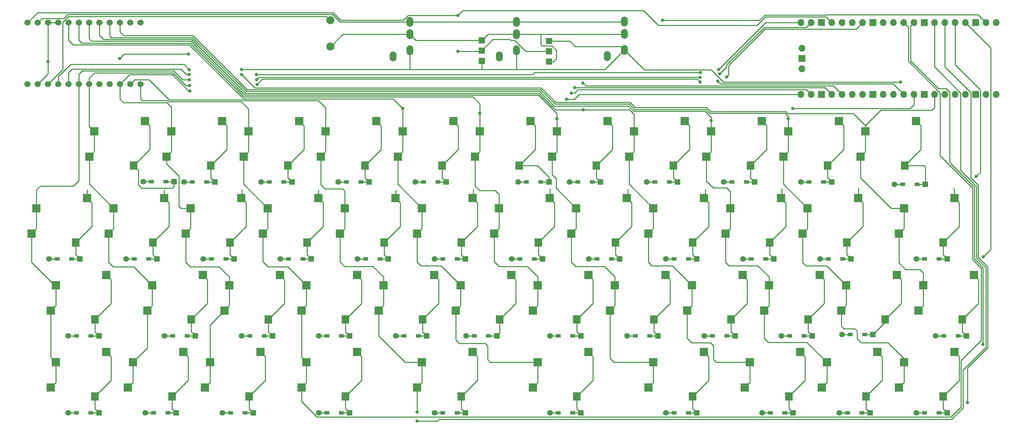
<source format=gbr>
G04 #@! TF.GenerationSoftware,KiCad,Pcbnew,(5.1.6-0-10_14)*
G04 #@! TF.CreationDate,2022-07-10T08:57:52+09:00*
G04 #@! TF.ProjectId,cool445,636f6f6c-3434-4352-9e6b-696361645f70,rev?*
G04 #@! TF.SameCoordinates,Original*
G04 #@! TF.FileFunction,Copper,L2,Bot*
G04 #@! TF.FilePolarity,Positive*
%FSLAX46Y46*%
G04 Gerber Fmt 4.6, Leading zero omitted, Abs format (unit mm)*
G04 Created by KiCad (PCBNEW (5.1.6-0-10_14)) date 2022-07-10 08:57:52*
%MOMM*%
%LPD*%
G01*
G04 APERTURE LIST*
G04 #@! TA.AperFunction,SMDPad,CuDef*
%ADD10R,2.000000X2.000000*%
G04 #@! TD*
G04 #@! TA.AperFunction,SMDPad,CuDef*
%ADD11R,1.900000X2.000000*%
G04 #@! TD*
G04 #@! TA.AperFunction,SMDPad,CuDef*
%ADD12R,1.300000X0.950000*%
G04 #@! TD*
G04 #@! TA.AperFunction,ComponentPad*
%ADD13C,1.397000*%
G04 #@! TD*
G04 #@! TA.AperFunction,ComponentPad*
%ADD14R,1.397000X1.397000*%
G04 #@! TD*
G04 #@! TA.AperFunction,ComponentPad*
%ADD15O,1.700000X1.700000*%
G04 #@! TD*
G04 #@! TA.AperFunction,ComponentPad*
%ADD16R,1.700000X1.700000*%
G04 #@! TD*
G04 #@! TA.AperFunction,ComponentPad*
%ADD17C,1.524000*%
G04 #@! TD*
G04 #@! TA.AperFunction,ComponentPad*
%ADD18O,1.700000X2.500000*%
G04 #@! TD*
G04 #@! TA.AperFunction,SMDPad,CuDef*
%ADD19R,1.524000X1.524000*%
G04 #@! TD*
G04 #@! TA.AperFunction,ComponentPad*
%ADD20C,2.000000*%
G04 #@! TD*
G04 #@! TA.AperFunction,ViaPad*
%ADD21C,0.800000*%
G04 #@! TD*
G04 #@! TA.AperFunction,Conductor*
%ADD22C,0.250000*%
G04 #@! TD*
G04 APERTURE END LIST*
D10*
X158000000Y5080000D03*
X145500000Y2540000D03*
D11*
X155200000Y-5900000D03*
D10*
X144300000Y-3700000D03*
D12*
X174438000Y-67150000D03*
D13*
X172403000Y-67150000D03*
D14*
X180023000Y-67150000D03*
D12*
X177988000Y-67150000D03*
X145863000Y-67150000D03*
D13*
X143828000Y-67150000D03*
D14*
X151448000Y-67150000D03*
D12*
X149413000Y-67150000D03*
X117288000Y-67150000D03*
D13*
X115253000Y-67150000D03*
D14*
X122873000Y-67150000D03*
D12*
X120838000Y-67150000D03*
X88713000Y-67150000D03*
D13*
X86678000Y-67150000D03*
D14*
X94298000Y-67150000D03*
D12*
X92263000Y-67150000D03*
X26800499Y-48100000D03*
D13*
X24765499Y-48100000D03*
D14*
X32385499Y-48100000D03*
D12*
X30350499Y-48100000D03*
X230955000Y-10560000D03*
D13*
X228920000Y-10560000D03*
D14*
X236540000Y-10560000D03*
D12*
X234505000Y-10560000D03*
X45325000Y-9940000D03*
D13*
X43290000Y-9940000D03*
D14*
X50910000Y-9940000D03*
D12*
X48875000Y-9940000D03*
X236350000Y-67150000D03*
D13*
X234315000Y-67150000D03*
D14*
X241935000Y-67150000D03*
D12*
X239900000Y-67150000D03*
X217300000Y-67150000D03*
D13*
X215265000Y-67150000D03*
D14*
X222885000Y-67150000D03*
D12*
X220850000Y-67150000D03*
X198250000Y-67150000D03*
D13*
X196215000Y-67150000D03*
D14*
X203835000Y-67150000D03*
D12*
X201800000Y-67150000D03*
X64900000Y-67150000D03*
D13*
X62865000Y-67150000D03*
D14*
X70485000Y-67150000D03*
D12*
X68450000Y-67150000D03*
X45850000Y-67150000D03*
D13*
X43815000Y-67150000D03*
D14*
X51435000Y-67150000D03*
D12*
X49400000Y-67150000D03*
X26800000Y-67150000D03*
D13*
X24765000Y-67150000D03*
D14*
X32385000Y-67150000D03*
D12*
X30350000Y-67150000D03*
X241112500Y-48100000D03*
D13*
X239077500Y-48100000D03*
D14*
X246697500Y-48100000D03*
D12*
X244662500Y-48100000D03*
X218005000Y-47730000D03*
D13*
X215970000Y-47730000D03*
D14*
X223590000Y-47730000D03*
D12*
X221555000Y-47730000D03*
X203012500Y-48100000D03*
D13*
X200977500Y-48100000D03*
D14*
X208597500Y-48100000D03*
D12*
X206562500Y-48100000D03*
X183962500Y-48100000D03*
D13*
X181927500Y-48100000D03*
D14*
X189547500Y-48100000D03*
D12*
X187512500Y-48100000D03*
X164912500Y-48100000D03*
D13*
X162877500Y-48100000D03*
D14*
X170497500Y-48100000D03*
D12*
X168462500Y-48100000D03*
X145862500Y-48100000D03*
D13*
X143827500Y-48100000D03*
D14*
X151447500Y-48100000D03*
D12*
X149412500Y-48100000D03*
X125045000Y-48080000D03*
D13*
X123010000Y-48080000D03*
D14*
X130630000Y-48080000D03*
D12*
X128595000Y-48080000D03*
X107762500Y-48100000D03*
D13*
X105727500Y-48100000D03*
D14*
X113347500Y-48100000D03*
D12*
X111312500Y-48100000D03*
X88712500Y-48100000D03*
D13*
X86677500Y-48100000D03*
D14*
X94297500Y-48100000D03*
D12*
X92262500Y-48100000D03*
X69662500Y-48100000D03*
D13*
X67627500Y-48100000D03*
D14*
X75247500Y-48100000D03*
D12*
X73212500Y-48100000D03*
X50612500Y-48100000D03*
D13*
X48577500Y-48100000D03*
D14*
X56197500Y-48100000D03*
D12*
X54162500Y-48100000D03*
X207775000Y-10000000D03*
D13*
X205740000Y-10000000D03*
D14*
X213360000Y-10000000D03*
D12*
X211325000Y-10000000D03*
X188725000Y-10000000D03*
D13*
X186690000Y-10000000D03*
D14*
X194310000Y-10000000D03*
D12*
X192275000Y-10000000D03*
X169675000Y-10000000D03*
D13*
X167640000Y-10000000D03*
D14*
X175260000Y-10000000D03*
D12*
X173225000Y-10000000D03*
X150625000Y-10000000D03*
D13*
X148590000Y-10000000D03*
D14*
X156210000Y-10000000D03*
D12*
X154175000Y-10000000D03*
X137925000Y-10000000D03*
D13*
X135890000Y-10000000D03*
D14*
X143510000Y-10000000D03*
D12*
X141475000Y-10000000D03*
X112525000Y-10000000D03*
D13*
X110490000Y-10000000D03*
D14*
X118110000Y-10000000D03*
D12*
X116075000Y-10000000D03*
X93475000Y-10000000D03*
D13*
X91440000Y-10000000D03*
D14*
X99060000Y-10000000D03*
D12*
X97025000Y-10000000D03*
X74425000Y-10000000D03*
D13*
X72390000Y-10000000D03*
D14*
X80010000Y-10000000D03*
D12*
X77975000Y-10000000D03*
X55375000Y-10000000D03*
D13*
X53340000Y-10000000D03*
D14*
X60960000Y-10000000D03*
D12*
X58925000Y-10000000D03*
X22037500Y-29050000D03*
X25587500Y-29050000D03*
D14*
X27622500Y-29050000D03*
D13*
X20002500Y-29050000D03*
D12*
X41087500Y-29050000D03*
X44637500Y-29050000D03*
D14*
X46672500Y-29050000D03*
D13*
X39052500Y-29050000D03*
D12*
X60137500Y-29050000D03*
X63687500Y-29050000D03*
D14*
X65722500Y-29050000D03*
D13*
X58102500Y-29050000D03*
D12*
X79187500Y-29050000D03*
X82737500Y-29050000D03*
D14*
X84772500Y-29050000D03*
D13*
X77152500Y-29050000D03*
D10*
X177050000Y5080000D03*
X164550000Y2540000D03*
D11*
X174250000Y-5900000D03*
D10*
X163350000Y-3700000D03*
D15*
X254030000Y29450000D03*
X251490000Y29450000D03*
D16*
X248950000Y29450000D03*
D15*
X246410000Y29450000D03*
X243870000Y29450000D03*
X241330000Y29450000D03*
X238790000Y29450000D03*
D16*
X236250000Y29450000D03*
D15*
X233710000Y29450000D03*
X231170000Y29450000D03*
X228630000Y29450000D03*
X226090000Y29450000D03*
D16*
X223550000Y29450000D03*
D15*
X221010000Y29450000D03*
X218470000Y29450000D03*
X215930000Y29450000D03*
X213390000Y29450000D03*
D16*
X210850000Y29450000D03*
D15*
X208310000Y29450000D03*
X205770000Y29450000D03*
X205770000Y11670000D03*
X208310000Y11670000D03*
D16*
X210850000Y11670000D03*
D15*
X213390000Y11670000D03*
X215930000Y11670000D03*
X218470000Y11670000D03*
X221010000Y11670000D03*
D16*
X223550000Y11670000D03*
D15*
X226090000Y11670000D03*
X228630000Y11670000D03*
X231170000Y11670000D03*
X233710000Y11670000D03*
D16*
X236250000Y11670000D03*
D15*
X238790000Y11670000D03*
X241330000Y11670000D03*
X243870000Y11670000D03*
X246410000Y11670000D03*
D16*
X248950000Y11670000D03*
D15*
X251490000Y11670000D03*
X254030000Y11670000D03*
X206000000Y23100000D03*
D16*
X206000000Y20560000D03*
D15*
X206000000Y18020000D03*
D17*
X14692000Y14201400D03*
X17232000Y14201400D03*
X19772000Y14201400D03*
X22312000Y14201400D03*
X24852000Y14201400D03*
X27392000Y14201400D03*
X29932000Y14201400D03*
X32472000Y14201400D03*
X35012000Y14201400D03*
X37552000Y14201400D03*
X40092000Y14201400D03*
X42632000Y14201400D03*
X42632000Y29421400D03*
X40092000Y29421400D03*
X37552000Y29421400D03*
X35012000Y29421400D03*
X32472000Y29421400D03*
X29932000Y29421400D03*
X27392000Y29421400D03*
X24852000Y29421400D03*
X22312000Y29421400D03*
X19772000Y29421400D03*
X17232000Y29421400D03*
X14692000Y29421400D03*
D12*
X98237500Y-29050000D03*
X101787500Y-29050000D03*
D14*
X103822500Y-29050000D03*
D13*
X96202500Y-29050000D03*
X115252500Y-29050000D03*
D14*
X122872500Y-29050000D03*
D12*
X120837500Y-29050000D03*
X117287500Y-29050000D03*
D13*
X134302500Y-29050000D03*
D14*
X141922500Y-29050000D03*
D12*
X139887500Y-29050000D03*
X136337500Y-29050000D03*
D13*
X153352500Y-29050000D03*
D14*
X160972500Y-29050000D03*
D12*
X158937500Y-29050000D03*
X155387500Y-29050000D03*
D13*
X172402500Y-29050000D03*
D14*
X180022500Y-29050000D03*
D12*
X177987500Y-29050000D03*
X174437500Y-29050000D03*
D13*
X191452500Y-29050000D03*
D14*
X199072500Y-29050000D03*
D12*
X197037500Y-29050000D03*
X193487500Y-29050000D03*
D13*
X210502500Y-29050000D03*
D14*
X218122500Y-29050000D03*
D12*
X216087500Y-29050000D03*
X212537500Y-29050000D03*
D13*
X234315500Y-29050000D03*
D14*
X241935500Y-29050000D03*
D12*
X239900500Y-29050000D03*
X236350500Y-29050000D03*
D18*
X135470000Y29610000D03*
X135470000Y26610000D03*
X135470000Y22610000D03*
X131270000Y21110000D03*
D19*
X126910000Y25090000D03*
X126910000Y22550000D03*
X126910000Y20010000D03*
X143520000Y24870000D03*
X143520000Y22330000D03*
X143520000Y19790000D03*
D10*
X62750000Y5080000D03*
X50250000Y2540000D03*
D11*
X59950000Y-5900000D03*
D10*
X49050000Y-3700000D03*
X68100000Y-3700000D03*
D11*
X79000000Y-5900000D03*
D10*
X69300000Y2540000D03*
X81800000Y5080000D03*
X87150000Y-3700000D03*
D11*
X98050000Y-5900000D03*
D10*
X88350000Y2540000D03*
X100850000Y5080000D03*
X119900000Y5080000D03*
X107400000Y2540000D03*
D11*
X117100000Y-5900000D03*
D10*
X106200000Y-3700000D03*
X125250000Y-3700000D03*
D11*
X136150000Y-5900000D03*
D10*
X126450000Y2540000D03*
X138950000Y5080000D03*
X196100000Y5080000D03*
X183600000Y2540000D03*
D11*
X193300000Y-5900000D03*
D10*
X182400000Y-3700000D03*
X201450000Y-3700000D03*
D11*
X212350000Y-5900000D03*
D10*
X202650000Y2540000D03*
X215150000Y5080000D03*
X29412500Y-13970000D03*
X16912500Y-16510000D03*
D11*
X26612500Y-24950000D03*
D10*
X15712500Y-22750000D03*
X34762500Y-22750000D03*
D11*
X45662500Y-24950000D03*
D10*
X35962500Y-16510000D03*
X48462500Y-13970000D03*
X67512500Y-13970000D03*
X55012500Y-16510000D03*
D11*
X64712500Y-24950000D03*
D10*
X53812500Y-22750000D03*
X72862500Y-22750000D03*
D11*
X83762500Y-24950000D03*
D10*
X74062500Y-16510000D03*
X86562500Y-13970000D03*
X91912500Y-22750000D03*
D11*
X102812500Y-24950000D03*
D10*
X93112500Y-16510000D03*
X105612500Y-13970000D03*
X124662500Y-13970000D03*
X112162500Y-16510000D03*
D11*
X121862500Y-24950000D03*
D10*
X110962500Y-22750000D03*
X143712500Y-13970000D03*
X131212500Y-16510000D03*
D11*
X140912500Y-24950000D03*
D10*
X130012500Y-22750000D03*
X162762500Y-13970000D03*
X150262500Y-16510000D03*
D11*
X159962500Y-24950000D03*
D10*
X149062500Y-22750000D03*
X181812500Y-13970000D03*
X169312500Y-16510000D03*
D11*
X179012500Y-24950000D03*
D10*
X168112500Y-22750000D03*
X200862500Y-13970000D03*
X188362500Y-16510000D03*
D11*
X198062500Y-24950000D03*
D10*
X187162500Y-22750000D03*
X219912500Y-13970000D03*
X207412500Y-16510000D03*
D11*
X217112500Y-24950000D03*
D10*
X206212500Y-22750000D03*
X44287500Y-41800000D03*
D11*
X55187500Y-44000000D03*
D10*
X45487500Y-35560000D03*
X57987500Y-33020000D03*
X77037500Y-33020000D03*
X64537500Y-35560000D03*
D11*
X74237500Y-44000000D03*
D10*
X63337500Y-41800000D03*
X82387500Y-41800000D03*
D11*
X93287500Y-44000000D03*
D10*
X83587500Y-35560000D03*
X96087500Y-33020000D03*
X101437500Y-41800000D03*
D11*
X112337500Y-44000000D03*
D10*
X102637500Y-35560000D03*
X115137500Y-33020000D03*
X134187500Y-33020000D03*
X121687500Y-35560000D03*
D11*
X131387500Y-44000000D03*
D10*
X120487500Y-41800000D03*
X153237500Y-33020000D03*
X140737500Y-35560000D03*
D11*
X150437500Y-44000000D03*
D10*
X139537500Y-41800000D03*
X172287500Y-33020000D03*
X159787500Y-35560000D03*
D11*
X169487500Y-44000000D03*
D10*
X158587500Y-41800000D03*
X177637500Y-41800000D03*
D11*
X188537500Y-44000000D03*
D10*
X178837500Y-35560000D03*
X191337500Y-33020000D03*
X210387500Y-33020000D03*
X197887500Y-35560000D03*
D11*
X207587500Y-44000000D03*
D10*
X196687500Y-41800000D03*
X215737500Y-41800000D03*
D11*
X226637500Y-44000000D03*
D10*
X216937500Y-35560000D03*
X229437500Y-33020000D03*
X248487500Y-33020000D03*
X235987500Y-35560000D03*
D11*
X245687500Y-44000000D03*
D10*
X234787500Y-41800000D03*
X20475000Y-60850000D03*
D11*
X31375000Y-63050000D03*
D10*
X21675000Y-54610000D03*
X34175000Y-52070000D03*
X39525000Y-60850000D03*
D11*
X50425000Y-63050000D03*
D10*
X40725000Y-54610000D03*
X53225000Y-52070000D03*
X58575000Y-60850000D03*
D11*
X69475000Y-63050000D03*
D10*
X59775000Y-54610000D03*
X72275000Y-52070000D03*
X191925000Y-60850000D03*
D11*
X202825000Y-63050000D03*
D10*
X193125000Y-54610000D03*
X205625000Y-52070000D03*
X224675000Y-52070000D03*
X212175000Y-54610000D03*
D11*
X221875000Y-63050000D03*
D10*
X210975000Y-60850000D03*
X230025000Y-60850000D03*
D11*
X240925000Y-63050000D03*
D10*
X231225000Y-54610000D03*
X243725000Y-52070000D03*
X30000000Y-3700000D03*
D11*
X40900000Y-5900000D03*
D10*
X31200000Y2540000D03*
X43700000Y5080000D03*
X220500000Y-3700000D03*
D11*
X231400000Y-5900000D03*
D10*
X221700000Y2540000D03*
X234200000Y5080000D03*
D20*
X89520000Y30010000D03*
X89520000Y23510000D03*
D10*
X243725500Y-13970000D03*
X231225500Y-16510000D03*
D11*
X240925500Y-24950000D03*
D10*
X230025500Y-22750000D03*
X34175499Y-33020000D03*
X21675499Y-35560000D03*
D11*
X31375499Y-44000000D03*
D10*
X20475499Y-41800000D03*
X82388000Y-60850000D03*
D11*
X93288000Y-63050000D03*
D10*
X83588000Y-54610000D03*
X96088000Y-52070000D03*
X110963000Y-60850000D03*
D11*
X121863000Y-63050000D03*
D10*
X112163000Y-54610000D03*
X124663000Y-52070000D03*
X139538000Y-60850000D03*
D11*
X150438000Y-63050000D03*
D10*
X140738000Y-54610000D03*
X153238000Y-52070000D03*
X181813000Y-52070000D03*
X169313000Y-54610000D03*
D11*
X179013000Y-63050000D03*
D10*
X168113000Y-60850000D03*
D18*
X104990000Y21110000D03*
X109190000Y22610000D03*
X109190000Y26610000D03*
X109190000Y29610000D03*
X162170000Y29670000D03*
X162170000Y26670000D03*
X162170000Y22670000D03*
X157970000Y21170000D03*
D21*
X249060000Y-8680000D03*
X250780000Y-28540000D03*
X250760000Y-50230000D03*
X246940000Y-64590000D03*
X171580000Y30050000D03*
X19772000Y19792000D03*
X37450000Y20600000D03*
X54440000Y21700000D03*
X54680000Y17810000D03*
X67560000Y17840000D03*
X230440030Y14710030D03*
X120980000Y31210000D03*
X120980000Y22330000D03*
X187380000Y16000000D03*
X180920000Y14760000D03*
X71370000Y14160000D03*
X54820000Y12560000D03*
X110910000Y-69190000D03*
X110910000Y-67010000D03*
X147880000Y10500000D03*
X107400000Y8200000D03*
X149010000Y12040000D03*
X126450000Y7040000D03*
X149890000Y13360000D03*
X145500000Y5690000D03*
X151970000Y7850000D03*
X151960000Y14500000D03*
X185170000Y14980000D03*
X183600000Y5210000D03*
X203720000Y8230000D03*
X202650000Y5660000D03*
X185460000Y17890000D03*
X180950000Y17075000D03*
X54680000Y15280000D03*
X71250000Y16600000D03*
X185740000Y16750000D03*
X180920000Y15920000D03*
X71320000Y15340000D03*
X54760000Y13870000D03*
X54670000Y16590000D03*
X67555000Y16625000D03*
D22*
X63925001Y-1924999D02*
X59950000Y-5900000D01*
X63925001Y3904999D02*
X63925001Y-1924999D01*
X62750000Y5080000D02*
X63925001Y3904999D01*
X58925000Y-10000000D02*
X60960000Y-10000000D01*
X59950000Y-8990000D02*
X60960000Y-10000000D01*
X59950000Y-5900000D02*
X59950000Y-8990000D01*
X43290000Y-9940000D02*
X45325000Y-9940000D01*
X53340000Y-10000000D02*
X55375000Y-10000000D01*
X72390000Y-10000000D02*
X74425000Y-10000000D01*
X91440000Y-10000000D02*
X93475000Y-10000000D01*
X110490000Y-10000000D02*
X112525000Y-10000000D01*
X135890000Y-10000000D02*
X137925000Y-10000000D01*
X148590000Y-10000000D02*
X150625000Y-10000000D01*
X167640000Y-10000000D02*
X169675000Y-10000000D01*
X186690000Y-10000000D02*
X188725000Y-10000000D01*
X205740000Y-10000000D02*
X207775000Y-10000000D01*
X228920000Y-10560000D02*
X230955000Y-10560000D01*
X250125001Y-7614999D02*
X249060000Y-8680000D01*
X250125001Y12780001D02*
X250125001Y-7614999D01*
X243870000Y19035002D02*
X250125001Y12780001D01*
X243870000Y29450000D02*
X243870000Y19035002D01*
X82975001Y-1924999D02*
X79000000Y-5900000D01*
X82975001Y3904999D02*
X82975001Y-1924999D01*
X81800000Y5080000D02*
X82975001Y3904999D01*
X77975000Y-10000000D02*
X80010000Y-10000000D01*
X79000000Y-8990000D02*
X80010000Y-10000000D01*
X79000000Y-5900000D02*
X79000000Y-8990000D01*
X102025001Y-1924999D02*
X98050000Y-5900000D01*
X102025001Y3904999D02*
X102025001Y-1924999D01*
X100850000Y5080000D02*
X102025001Y3904999D01*
X97025000Y-10000000D02*
X99060000Y-10000000D01*
X98050000Y-8990000D02*
X99060000Y-10000000D01*
X98050000Y-5900000D02*
X98050000Y-8990000D01*
X121075001Y3904999D02*
X121075001Y-1924999D01*
X121075001Y-1924999D02*
X117100000Y-5900000D01*
X119900000Y5080000D02*
X121075001Y3904999D01*
X116075000Y-10000000D02*
X118110000Y-10000000D01*
X117100000Y-8990000D02*
X118110000Y-10000000D01*
X117100000Y-5900000D02*
X117100000Y-8990000D01*
X140125001Y-1924999D02*
X136150000Y-5900000D01*
X140125001Y3904999D02*
X140125001Y-1924999D01*
X138950000Y5080000D02*
X140125001Y3904999D01*
X141475000Y-10000000D02*
X143510000Y-10000000D01*
X143510000Y-10000000D02*
X143510000Y-8780000D01*
X140630000Y-5900000D02*
X136150000Y-5900000D01*
X143510000Y-8780000D02*
X140630000Y-5900000D01*
X159175001Y-1924999D02*
X155200000Y-5900000D01*
X159175001Y3904999D02*
X159175001Y-1924999D01*
X154175000Y-10000000D02*
X156210000Y-10000000D01*
X155200000Y-8990000D02*
X156210000Y-10000000D01*
X155200000Y-5900000D02*
X155200000Y-8990000D01*
X158000000Y5080000D02*
X159175001Y3904999D01*
X178225001Y-1924999D02*
X174250000Y-5900000D01*
X178225001Y3904999D02*
X178225001Y-1924999D01*
X173225000Y-10000000D02*
X175260000Y-10000000D01*
X174250000Y-8990000D02*
X175260000Y-10000000D01*
X174250000Y-5900000D02*
X174250000Y-8990000D01*
X177050000Y5080000D02*
X178225001Y3904999D01*
X197275001Y3904999D02*
X197275001Y-1924999D01*
X197275001Y-1924999D02*
X193300000Y-5900000D01*
X196100000Y5080000D02*
X197275001Y3904999D01*
X192275000Y-10000000D02*
X194310000Y-10000000D01*
X193300000Y-8990000D02*
X194310000Y-10000000D01*
X193300000Y-5900000D02*
X193300000Y-8990000D01*
X216325001Y-1924999D02*
X212350000Y-5900000D01*
X216325001Y3904999D02*
X216325001Y-1924999D01*
X215150000Y5080000D02*
X216325001Y3904999D01*
X211325000Y-10000000D02*
X213360000Y-10000000D01*
X212350000Y-8990000D02*
X213360000Y-10000000D01*
X212350000Y-5900000D02*
X212350000Y-8990000D01*
X30587501Y-20974999D02*
X26612500Y-24950000D01*
X30587501Y-15145001D02*
X30587501Y-20974999D01*
X29412500Y-13970000D02*
X30587501Y-15145001D01*
X29450000Y-13932500D02*
X29412500Y-13970000D01*
X29450000Y-11950000D02*
X29450000Y-13932500D01*
X26612500Y-28040000D02*
X27622500Y-29050000D01*
X26612500Y-24950000D02*
X26612500Y-28040000D01*
X25587500Y-29050000D02*
X27622500Y-29050000D01*
X234315500Y-29050000D02*
X236350500Y-29050000D01*
X211063910Y-29050000D02*
X210783205Y-28769295D01*
X210502500Y-29050000D02*
X211670000Y-29050000D01*
X211670000Y-29050000D02*
X211063910Y-29050000D01*
X212537500Y-29050000D02*
X211670000Y-29050000D01*
X191452500Y-29050000D02*
X193487500Y-29050000D01*
X172402500Y-29050000D02*
X174437500Y-29050000D01*
X153352500Y-29050000D02*
X155387500Y-29050000D01*
X134302500Y-29050000D02*
X136337500Y-29050000D01*
X115252500Y-29050000D02*
X117287500Y-29050000D01*
X96202500Y-29050000D02*
X98237500Y-29050000D01*
X77152500Y-29050000D02*
X79187500Y-29050000D01*
X58102500Y-29050000D02*
X60137500Y-29050000D01*
X39052500Y-29050000D02*
X41087500Y-29050000D01*
X20002500Y-29050000D02*
X22037500Y-29050000D01*
X252665001Y-26654999D02*
X250780000Y-28540000D01*
X252665001Y23194999D02*
X252665001Y-26654999D01*
X246410000Y29450000D02*
X252665001Y23194999D01*
X49637501Y-20974999D02*
X45662500Y-24950000D01*
X49637501Y-15145001D02*
X49637501Y-20974999D01*
X48462500Y-13970000D02*
X49637501Y-15145001D01*
X48490000Y-13942500D02*
X48462500Y-13970000D01*
X48490000Y-11940000D02*
X48490000Y-13942500D01*
X44637500Y-29050000D02*
X46672500Y-29050000D01*
X45662500Y-28040000D02*
X46672500Y-29050000D01*
X45662500Y-24950000D02*
X45662500Y-28040000D01*
X68687501Y-20974999D02*
X64712500Y-24950000D01*
X68687501Y-15145001D02*
X68687501Y-20974999D01*
X67512500Y-13970000D02*
X68687501Y-15145001D01*
X67700000Y-13782500D02*
X67512500Y-13970000D01*
X67700000Y-11960000D02*
X67700000Y-13782500D01*
X63687500Y-29050000D02*
X65722500Y-29050000D01*
X64712500Y-28040000D02*
X65722500Y-29050000D01*
X64712500Y-24950000D02*
X64712500Y-28040000D01*
X87737501Y-20974999D02*
X83762500Y-24950000D01*
X87737501Y-15145001D02*
X87737501Y-20974999D01*
X86562500Y-13970000D02*
X87737501Y-15145001D01*
X86600000Y-13932500D02*
X86562500Y-13970000D01*
X86600000Y-12070000D02*
X86600000Y-13932500D01*
X82737500Y-29050000D02*
X84772500Y-29050000D01*
X83762500Y-28040000D02*
X84772500Y-29050000D01*
X83762500Y-24950000D02*
X83762500Y-28040000D01*
X106787501Y-20974999D02*
X102812500Y-24950000D01*
X106787501Y-15145001D02*
X106787501Y-20974999D01*
X105612500Y-13970000D02*
X106787501Y-15145001D01*
X105710000Y-13872500D02*
X105612500Y-13970000D01*
X105710000Y-12040000D02*
X105710000Y-13872500D01*
X101787500Y-29050000D02*
X103822500Y-29050000D01*
X102812500Y-28040000D02*
X103822500Y-29050000D01*
X102812500Y-24950000D02*
X102812500Y-28040000D01*
X125837501Y-20974999D02*
X121862500Y-24950000D01*
X125837501Y-15145001D02*
X125837501Y-20974999D01*
X124662500Y-13970000D02*
X125837501Y-15145001D01*
X124790000Y-13842500D02*
X124662500Y-13970000D01*
X124790000Y-11910000D02*
X124790000Y-13842500D01*
X120837500Y-29050000D02*
X122872500Y-29050000D01*
X121862500Y-28040000D02*
X122872500Y-29050000D01*
X121862500Y-24950000D02*
X121862500Y-28040000D01*
X144887501Y-20974999D02*
X140912500Y-24950000D01*
X144887501Y-15145001D02*
X144887501Y-20974999D01*
X143712500Y-13970000D02*
X144887501Y-15145001D01*
X143770000Y-13912500D02*
X143712500Y-13970000D01*
X143770000Y-11720000D02*
X143770000Y-13912500D01*
X139887500Y-29050000D02*
X141922500Y-29050000D01*
X140912500Y-28040000D02*
X141922500Y-29050000D01*
X140912500Y-24950000D02*
X140912500Y-28040000D01*
X163937501Y-20974999D02*
X159962500Y-24950000D01*
X163937501Y-15145001D02*
X163937501Y-20974999D01*
X162762500Y-13970000D02*
X163937501Y-15145001D01*
X163030000Y-13702500D02*
X162762500Y-13970000D01*
X163030000Y-11770000D02*
X163030000Y-13702500D01*
X158937500Y-29050000D02*
X160972500Y-29050000D01*
X159962500Y-28040000D02*
X160972500Y-29050000D01*
X159962500Y-24950000D02*
X159962500Y-28040000D01*
X182987501Y-15145001D02*
X182987501Y-20974999D01*
X182987501Y-20974999D02*
X179012500Y-24950000D01*
X181812500Y-13970000D02*
X182987501Y-15145001D01*
X182160000Y-13622500D02*
X181812500Y-13970000D01*
X182160000Y-11880000D02*
X182160000Y-13622500D01*
X177987500Y-29050000D02*
X180022500Y-29050000D01*
X179012500Y-28040000D02*
X180022500Y-29050000D01*
X179012500Y-24950000D02*
X179012500Y-28040000D01*
X201070000Y-13762500D02*
X200862500Y-13970000D01*
X201070000Y-11590000D02*
X201070000Y-13762500D01*
X197037500Y-29050000D02*
X199072500Y-29050000D01*
X198062500Y-28040000D02*
X199072500Y-29050000D01*
X198062500Y-24950000D02*
X198062500Y-28040000D01*
X202037501Y-20974999D02*
X198062500Y-24950000D01*
X202037501Y-15145001D02*
X202037501Y-20974999D01*
X200862500Y-13970000D02*
X202037501Y-15145001D01*
X221087501Y-20974999D02*
X217112500Y-24950000D01*
X221087501Y-15145001D02*
X221087501Y-20974999D01*
X219912500Y-13970000D02*
X221087501Y-15145001D01*
X219980000Y-13902500D02*
X219912500Y-13970000D01*
X219980000Y-11560000D02*
X219980000Y-13902500D01*
X217112500Y-28040000D02*
X218122500Y-29050000D01*
X217112500Y-24950000D02*
X217112500Y-28040000D01*
X218122500Y-29050000D02*
X216087500Y-29050000D01*
X59162501Y-40024999D02*
X55187500Y-44000000D01*
X59162501Y-34195001D02*
X59162501Y-40024999D01*
X57987500Y-33020000D02*
X59162501Y-34195001D01*
X55187500Y-47090000D02*
X56197500Y-48100000D01*
X55187500Y-44000000D02*
X55187500Y-47090000D01*
X56197500Y-48100000D02*
X54162500Y-48100000D01*
X24765499Y-48100000D02*
X26800499Y-48100000D01*
X48577500Y-48100000D02*
X50612500Y-48100000D01*
X67627500Y-48100000D02*
X69662500Y-48100000D01*
X86677500Y-48100000D02*
X88712500Y-48100000D01*
X105727500Y-48100000D02*
X107762500Y-48100000D01*
X125045000Y-48080000D02*
X123010000Y-48080000D01*
X143827500Y-48100000D02*
X145862500Y-48100000D01*
X162877500Y-48100000D02*
X164912500Y-48100000D01*
X181927500Y-48100000D02*
X183962500Y-48100000D01*
X200977500Y-48100000D02*
X203012500Y-48100000D01*
X215970000Y-47730000D02*
X218005000Y-47730000D01*
X239077500Y-48100000D02*
X241112500Y-48100000D01*
X232860001Y28600001D02*
X232860001Y19975411D01*
X233710000Y29450000D02*
X232860001Y28600001D01*
X234537706Y18297706D02*
X236832706Y16002706D01*
X232860001Y19975411D02*
X234537706Y18297706D01*
X234537706Y18297706D02*
X234740404Y18095008D01*
X236832706Y16002706D02*
X239755412Y13080000D01*
X242505001Y12234001D02*
X242505001Y-4954999D01*
X241659002Y13080000D02*
X242505001Y12234001D01*
X239755412Y13080000D02*
X241659002Y13080000D01*
X242750000Y-5199998D02*
X242750000Y-5413590D01*
X242505001Y-4954999D02*
X242750000Y-5199998D01*
X242750000Y-5413590D02*
X248640010Y-11303600D01*
X248640010Y-11303600D02*
X248640010Y-29003600D01*
X248640010Y-29003600D02*
X250760010Y-31123600D01*
X250760010Y-50229990D02*
X250760000Y-50230000D01*
X250760010Y-31123600D02*
X250760010Y-50229990D01*
X78212501Y-40024999D02*
X74237500Y-44000000D01*
X78212501Y-34195001D02*
X78212501Y-40024999D01*
X77037500Y-33020000D02*
X78212501Y-34195001D01*
X74237500Y-47090000D02*
X75247500Y-48100000D01*
X74237500Y-44000000D02*
X74237500Y-47090000D01*
X75247500Y-48100000D02*
X73212500Y-48100000D01*
X97262501Y-40024999D02*
X93287500Y-44000000D01*
X97262501Y-34195001D02*
X97262501Y-40024999D01*
X96087500Y-33020000D02*
X97262501Y-34195001D01*
X92262500Y-48100000D02*
X94297500Y-48100000D01*
X93287500Y-47090000D02*
X94297500Y-48100000D01*
X93287500Y-44000000D02*
X93287500Y-47090000D01*
X116312501Y-40024999D02*
X112337500Y-44000000D01*
X116312501Y-34195001D02*
X116312501Y-40024999D01*
X115137500Y-33020000D02*
X116312501Y-34195001D01*
X112337500Y-47090000D02*
X113347500Y-48100000D01*
X112337500Y-44000000D02*
X112337500Y-47090000D01*
X113347500Y-48100000D02*
X111312500Y-48100000D01*
X135362501Y-40024999D02*
X131387500Y-44000000D01*
X135362501Y-34195001D02*
X135362501Y-40024999D01*
X134187500Y-33020000D02*
X135362501Y-34195001D01*
X131387500Y-47322500D02*
X130630000Y-48080000D01*
X131387500Y-44000000D02*
X131387500Y-47322500D01*
X130630000Y-48080000D02*
X128595000Y-48080000D01*
X154412501Y-40024999D02*
X150437500Y-44000000D01*
X154412501Y-34195001D02*
X154412501Y-40024999D01*
X153237500Y-33020000D02*
X154412501Y-34195001D01*
X150437500Y-47090000D02*
X151447500Y-48100000D01*
X150437500Y-44000000D02*
X150437500Y-47090000D01*
X151447500Y-48100000D02*
X149412500Y-48100000D01*
X173462501Y-40024999D02*
X169487500Y-44000000D01*
X173462501Y-34195001D02*
X173462501Y-40024999D01*
X172287500Y-33020000D02*
X173462501Y-34195001D01*
X169487500Y-47090000D02*
X170497500Y-48100000D01*
X169487500Y-44000000D02*
X169487500Y-47090000D01*
X170497500Y-48100000D02*
X168462500Y-48100000D01*
X192512501Y-34195001D02*
X192512501Y-40024999D01*
X192512501Y-40024999D02*
X188537500Y-44000000D01*
X191337500Y-33020000D02*
X192512501Y-34195001D01*
X187512500Y-48100000D02*
X189547500Y-48100000D01*
X188537500Y-47090000D02*
X189547500Y-48100000D01*
X188537500Y-44000000D02*
X188537500Y-47090000D01*
X211562501Y-40024999D02*
X207587500Y-44000000D01*
X211562501Y-34195001D02*
X211562501Y-40024999D01*
X210387500Y-33020000D02*
X211562501Y-34195001D01*
X206562500Y-48100000D02*
X208597500Y-48100000D01*
X207587500Y-47090000D02*
X208597500Y-48100000D01*
X207587500Y-44000000D02*
X207587500Y-47090000D01*
X230612501Y-40024999D02*
X226637500Y-44000000D01*
X230612501Y-34195001D02*
X230612501Y-40024999D01*
X229437500Y-33020000D02*
X230612501Y-34195001D01*
X221555000Y-47730000D02*
X223590000Y-47730000D01*
X226637500Y-44682500D02*
X223590000Y-47730000D01*
X226637500Y-44000000D02*
X226637500Y-44682500D01*
X249662501Y-40024999D02*
X245687500Y-44000000D01*
X249662501Y-34195001D02*
X249662501Y-40024999D01*
X248487500Y-33020000D02*
X249662501Y-34195001D01*
X244662500Y-48100000D02*
X246697500Y-48100000D01*
X245687500Y-47090000D02*
X246697500Y-48100000D01*
X245687500Y-44000000D02*
X245687500Y-47090000D01*
X35350001Y-59074999D02*
X31375000Y-63050000D01*
X35350001Y-53245001D02*
X35350001Y-59074999D01*
X34175000Y-52070000D02*
X35350001Y-53245001D01*
X31375000Y-66140000D02*
X32385000Y-67150000D01*
X31375000Y-63050000D02*
X31375000Y-66140000D01*
X32385000Y-67150000D02*
X30350000Y-67150000D01*
X236350000Y-67150000D02*
X234315000Y-67150000D01*
X217300000Y-67150000D02*
X215265000Y-67150000D01*
X198250000Y-67150000D02*
X196215000Y-67150000D01*
X174438000Y-67150000D02*
X172403000Y-67150000D01*
X143828000Y-67150000D02*
X145863000Y-67150000D01*
X115253000Y-67150000D02*
X117288000Y-67150000D01*
X88713000Y-67150000D02*
X86678000Y-67150000D01*
X64900000Y-67150000D02*
X62865000Y-67150000D01*
X45850000Y-67150000D02*
X43815000Y-67150000D01*
X26800000Y-67150000D02*
X24765000Y-67150000D01*
X241330000Y29450000D02*
X241330000Y18550000D01*
X247774999Y12105001D02*
X247774999Y-8988589D01*
X241330000Y18550000D02*
X247774999Y12105001D01*
X247774999Y-8988589D02*
X249540030Y-10753620D01*
X249540030Y-10753620D02*
X249540030Y-28630800D01*
X251935011Y-31025781D02*
X251935010Y-51091400D01*
X249540030Y-28630800D02*
X251935011Y-31025781D01*
X246940000Y-56086410D02*
X246940000Y-64590000D01*
X251935010Y-51091400D02*
X246940000Y-56086410D01*
X54400001Y-59074999D02*
X50425000Y-63050000D01*
X54400001Y-53245001D02*
X54400001Y-59074999D01*
X53225000Y-52070000D02*
X54400001Y-53245001D01*
X50425000Y-66140000D02*
X51435000Y-67150000D01*
X50425000Y-63050000D02*
X50425000Y-66140000D01*
X51435000Y-67150000D02*
X49400000Y-67150000D01*
X73450001Y-59074999D02*
X69475000Y-63050000D01*
X73450001Y-53245001D02*
X73450001Y-59074999D01*
X72275000Y-52070000D02*
X73450001Y-53245001D01*
X69475000Y-66140000D02*
X70485000Y-67150000D01*
X69475000Y-63050000D02*
X69475000Y-66140000D01*
X70485000Y-67150000D02*
X68450000Y-67150000D01*
X206800001Y-59074999D02*
X202825000Y-63050000D01*
X206800001Y-53245001D02*
X206800001Y-59074999D01*
X205625000Y-52070000D02*
X206800001Y-53245001D01*
X202825000Y-66140000D02*
X203835000Y-67150000D01*
X202825000Y-63050000D02*
X202825000Y-66140000D01*
X203835000Y-67150000D02*
X201800000Y-67150000D01*
X225850001Y-59074999D02*
X221875000Y-63050000D01*
X225850001Y-53245001D02*
X225850001Y-59074999D01*
X224675000Y-52070000D02*
X225850001Y-53245001D01*
X221875000Y-66140000D02*
X222885000Y-67150000D01*
X221875000Y-63050000D02*
X221875000Y-66140000D01*
X220850000Y-67150000D02*
X222885000Y-67150000D01*
X244900001Y-59074999D02*
X240925000Y-63050000D01*
X244900001Y-53245001D02*
X244900001Y-59074999D01*
X243725000Y-52070000D02*
X244900001Y-53245001D01*
X240925000Y-66140000D02*
X241935000Y-67150000D01*
X240925000Y-63050000D02*
X240925000Y-66140000D01*
X241935000Y-67150000D02*
X239900000Y-67150000D01*
X44875001Y3904999D02*
X44875001Y-1924999D01*
X44875001Y-1924999D02*
X40900000Y-5900000D01*
X43700000Y5080000D02*
X44875001Y3904999D01*
X48875000Y-9940000D02*
X50910000Y-9940000D01*
X50910000Y-10980000D02*
X50910000Y-9940000D01*
X50400010Y-11489990D02*
X50910000Y-10980000D01*
X42130000Y-10750000D02*
X42869990Y-11489990D01*
X42869990Y-11489990D02*
X50400010Y-11489990D01*
X42130000Y-7130000D02*
X42130000Y-10750000D01*
X40900000Y-5900000D02*
X42130000Y-7130000D01*
X235375001Y-1924999D02*
X231400000Y-5900000D01*
X235375001Y3904999D02*
X235375001Y-1924999D01*
X234200000Y5080000D02*
X235375001Y3904999D01*
X234505000Y-10560000D02*
X236540000Y-10560000D01*
X236540000Y-7675011D02*
X236540000Y-10560000D01*
X236540000Y-6290000D02*
X236540000Y-7675011D01*
X236150000Y-5900000D02*
X236540000Y-6290000D01*
X231400000Y-5900000D02*
X236150000Y-5900000D01*
X244900501Y-20974999D02*
X240925500Y-24950000D01*
X244900501Y-15145001D02*
X244900501Y-20974999D01*
X243725500Y-13970000D02*
X244900501Y-15145001D01*
X243725500Y-11915500D02*
X243410000Y-11600000D01*
X243725500Y-13970000D02*
X243725500Y-11915500D01*
X239900500Y-29050000D02*
X241935500Y-29050000D01*
X240925500Y-28040000D02*
X241935500Y-29050000D01*
X240925500Y-24950000D02*
X240925500Y-28040000D01*
X35350500Y-40024999D02*
X31375499Y-44000000D01*
X35350500Y-34195001D02*
X35350500Y-40024999D01*
X34175499Y-33020000D02*
X35350500Y-34195001D01*
X30350499Y-48100000D02*
X32385499Y-48100000D01*
X31375499Y-47090000D02*
X32385499Y-48100000D01*
X31375499Y-44000000D02*
X31375499Y-47090000D01*
X97263001Y-53245001D02*
X97263001Y-59074999D01*
X97263001Y-59074999D02*
X93288000Y-63050000D01*
X96088000Y-52070000D02*
X97263001Y-53245001D01*
X93288000Y-66140000D02*
X94298000Y-67150000D01*
X93288000Y-63050000D02*
X93288000Y-66140000D01*
X94298000Y-67150000D02*
X92263000Y-67150000D01*
X125838001Y-59074999D02*
X121863000Y-63050000D01*
X125838001Y-53245001D02*
X125838001Y-59074999D01*
X124663000Y-52070000D02*
X125838001Y-53245001D01*
X121863000Y-66140000D02*
X122873000Y-67150000D01*
X121863000Y-63050000D02*
X121863000Y-66140000D01*
X122873000Y-67150000D02*
X120838000Y-67150000D01*
X154413001Y-59074999D02*
X150438000Y-63050000D01*
X154413001Y-53245001D02*
X154413001Y-59074999D01*
X153238000Y-52070000D02*
X154413001Y-53245001D01*
X150438000Y-66140000D02*
X151448000Y-67150000D01*
X150438000Y-63050000D02*
X150438000Y-66140000D01*
X151448000Y-67150000D02*
X149413000Y-67150000D01*
X182988001Y-59074999D02*
X179013000Y-63050000D01*
X182988001Y-53245001D02*
X182988001Y-59074999D01*
X181813000Y-52070000D02*
X182988001Y-53245001D01*
X179013000Y-66140000D02*
X180023000Y-67150000D01*
X179013000Y-63050000D02*
X179013000Y-66140000D01*
X180023000Y-67150000D02*
X177988000Y-67150000D01*
X109190000Y29610000D02*
X135470000Y29610000D01*
X162110000Y29610000D02*
X162170000Y29670000D01*
X135470000Y29610000D02*
X162110000Y29610000D01*
X18319001Y30508401D02*
X23693829Y30508401D01*
X23693829Y30508401D02*
X24645437Y31460009D01*
X17232000Y29421400D02*
X18319001Y30508401D01*
X91881002Y29610000D02*
X109190000Y29610000D01*
X90030993Y31460009D02*
X91881002Y29610000D01*
X24645437Y31460009D02*
X90030993Y31460009D01*
X251490000Y29450000D02*
X249570000Y31370000D01*
X249570000Y31370000D02*
X212106410Y31370000D01*
X211920010Y31360010D02*
X196863599Y31360009D01*
X211930000Y31370000D02*
X211920010Y31360010D01*
X212106410Y31370000D02*
X211930000Y31370000D01*
X195553590Y30050000D02*
X171580000Y30050000D01*
X196863599Y31360009D02*
X195553590Y30050000D01*
X133340000Y26610000D02*
X135470000Y26610000D01*
X92620000Y26610000D02*
X109190000Y26610000D01*
X89520000Y23510000D02*
X92620000Y26610000D01*
X19772000Y16741400D02*
X17232000Y14201400D01*
X19772000Y29421400D02*
X19772000Y19792000D01*
X22312000Y29421400D02*
X19772000Y29421400D01*
X135470000Y26610000D02*
X136700000Y26610000D01*
X162110000Y26610000D02*
X162170000Y26670000D01*
X128430000Y26610000D02*
X126910000Y25090000D01*
X135470000Y26610000D02*
X128430000Y26610000D01*
X110710000Y25090000D02*
X109190000Y26610000D01*
X126910000Y25090000D02*
X110710000Y25090000D01*
X135470000Y26610000D02*
X141520000Y26610000D01*
X141520000Y26610000D02*
X141520000Y24010000D01*
X141520000Y26610000D02*
X162110000Y26610000D01*
X141520000Y24010000D02*
X141860000Y23670000D01*
X141860000Y23670000D02*
X144289002Y23670000D01*
X143520000Y19790000D02*
X144690000Y19790000D01*
X145354501Y20454501D02*
X145354501Y22604501D01*
X144690000Y19790000D02*
X145354501Y20454501D01*
X145354501Y22604501D02*
X145470000Y22489002D01*
X144289002Y23670000D02*
X145354501Y22604501D01*
X19772000Y19792000D02*
X19772000Y16741400D01*
X38550000Y21700000D02*
X54440000Y21700000D01*
X37450000Y20600000D02*
X38550000Y21700000D01*
X22312000Y14201400D02*
X22312000Y16042000D01*
X67560000Y17840000D02*
X109280000Y17840000D01*
X109190000Y17930000D02*
X109190000Y22610000D01*
X109280000Y17840000D02*
X109190000Y17930000D01*
X135470000Y17870000D02*
X135470000Y22610000D01*
X135500000Y17840000D02*
X135470000Y17870000D01*
X126910000Y20010000D02*
X126910000Y17840000D01*
X126910000Y17840000D02*
X135500000Y17840000D01*
X109280000Y17840000D02*
X126910000Y17840000D01*
X135500000Y17840000D02*
X157340000Y17840000D01*
X159015000Y19515000D02*
X162170000Y22670000D01*
X157340000Y17840000D02*
X159015000Y19515000D01*
X158800000Y19300000D02*
X159015000Y19515000D01*
X161295001Y23544999D02*
X162170000Y22670000D01*
X148679998Y24870000D02*
X150004999Y23544999D01*
X143520000Y24870000D02*
X148679998Y24870000D01*
X150004999Y23544999D02*
X161295001Y23544999D01*
X186649970Y14710030D02*
X183560000Y17800000D01*
X167040000Y17800000D02*
X162170000Y22670000D01*
X183560000Y17800000D02*
X167040000Y17800000D01*
X23010000Y16740000D02*
X23010000Y16790000D01*
X22312000Y16042000D02*
X23010000Y16740000D01*
X23010000Y16790000D02*
X25320000Y19100000D01*
X53390000Y19100000D02*
X54680000Y17810000D01*
X25320000Y19100000D02*
X53390000Y19100000D01*
X230440030Y14710030D02*
X186649970Y14710030D01*
X107578295Y30060010D02*
X108728285Y31210000D01*
X92067402Y30060010D02*
X107578295Y30060010D01*
X90217394Y31910018D02*
X92067402Y30060010D01*
X17180618Y31910018D02*
X90217394Y31910018D01*
X14692000Y29421400D02*
X17180618Y31910018D01*
X108728285Y31210000D02*
X120980000Y31210000D01*
X126690000Y22330000D02*
X126910000Y22550000D01*
X120980000Y22330000D02*
X126690000Y22330000D01*
X129695001Y25335001D02*
X126910000Y22550000D01*
X133814001Y25335001D02*
X129695001Y25335001D01*
X134114012Y25034990D02*
X133814001Y25335001D01*
X135106725Y25034990D02*
X134114012Y25034990D01*
X143520000Y22330000D02*
X137811716Y22330000D01*
X137811716Y22330000D02*
X137510858Y22630858D01*
X137510858Y22630858D02*
X135106725Y25034990D01*
X122165001Y32395001D02*
X120980000Y31210000D01*
X213390000Y29450000D02*
X211930000Y30910000D01*
X211930000Y30910000D02*
X197050000Y30910000D01*
X197050000Y30910000D02*
X194930000Y28790000D01*
X194930000Y28790000D02*
X170540000Y28790000D01*
X170540000Y28790000D02*
X166934999Y32395001D01*
X166934999Y32395001D02*
X122165001Y32395001D01*
X50250000Y-2500000D02*
X49050000Y-3700000D01*
X50250000Y2540000D02*
X50250000Y-2500000D01*
X55012500Y-21550000D02*
X53812500Y-22750000D01*
X55012500Y-16510000D02*
X55012500Y-21550000D01*
X64537500Y-40600000D02*
X63337500Y-41800000D01*
X64537500Y-35560000D02*
X64537500Y-40600000D01*
X59775000Y-59650000D02*
X58575000Y-60850000D01*
X59775000Y-54610000D02*
X59775000Y-59650000D01*
X59775000Y-45362500D02*
X63337500Y-41800000D01*
X59775000Y-54610000D02*
X59775000Y-45362500D01*
X64537500Y-33475000D02*
X64537500Y-35560000D01*
X62032500Y-30970000D02*
X64537500Y-33475000D01*
X54895000Y-30970000D02*
X62032500Y-30970000D01*
X53812500Y-29887500D02*
X54895000Y-30970000D01*
X53812500Y-22750000D02*
X53812500Y-29887500D01*
X49050000Y-3700000D02*
X49050000Y-5510000D01*
X49050000Y-5510000D02*
X52110000Y-8570000D01*
X52110000Y-8570000D02*
X52110000Y-16030000D01*
X52590000Y-16510000D02*
X55012500Y-16510000D01*
X52110000Y-16030000D02*
X52590000Y-16510000D01*
X50250000Y2540000D02*
X50250000Y8510000D01*
X50250000Y8510000D02*
X49140000Y9620000D01*
X49140000Y9620000D02*
X38460000Y9620000D01*
X37552000Y10528000D02*
X37552000Y14201400D01*
X38460000Y9620000D02*
X37552000Y10528000D01*
X37552000Y14201400D02*
X39950570Y16599970D01*
X221010000Y29450000D02*
X219384989Y27824989D01*
X219384989Y27824989D02*
X196871399Y27824989D01*
X196871399Y27824989D02*
X187890010Y18843600D01*
X187890010Y18843600D02*
X187890010Y16510010D01*
X187890010Y16510010D02*
X187380000Y16000000D01*
X180920000Y14760000D02*
X180210010Y15469990D01*
X180210010Y15469990D02*
X96239990Y15469990D01*
X96239990Y15469990D02*
X73700000Y15469990D01*
X72679990Y15469990D02*
X71370000Y14160000D01*
X73700000Y15469990D02*
X72679990Y15469990D01*
X54820000Y12560000D02*
X54493560Y12560000D01*
X54493560Y12560000D02*
X50453590Y16599970D01*
X49720030Y16599970D02*
X50420030Y16599970D01*
X50453590Y16599970D02*
X49720030Y16599970D01*
X39950570Y16599970D02*
X49720030Y16599970D01*
X69300000Y-2500000D02*
X68100000Y-3700000D01*
X69300000Y2540000D02*
X69300000Y-2500000D01*
X83587500Y-40600000D02*
X82387500Y-41800000D01*
X83587500Y-35560000D02*
X83587500Y-40600000D01*
X83588000Y-59650000D02*
X82388000Y-60850000D01*
X83588000Y-54610000D02*
X83588000Y-59650000D01*
X74062500Y-21550000D02*
X72862500Y-22750000D01*
X74062500Y-16510000D02*
X74062500Y-21550000D01*
X68100000Y-10547500D02*
X74062500Y-16510000D01*
X68100000Y-3700000D02*
X68100000Y-10547500D01*
X82387500Y-53409500D02*
X83588000Y-54610000D01*
X82387500Y-41800000D02*
X82387500Y-53409500D01*
X72862500Y-22750000D02*
X72862500Y-29747500D01*
X72862500Y-29747500D02*
X74085000Y-30970000D01*
X78997500Y-30970000D02*
X79408750Y-31381250D01*
X74085000Y-30970000D02*
X78997500Y-30970000D01*
X79408750Y-31381250D02*
X83587500Y-35560000D01*
X69300000Y2540000D02*
X69300000Y8070000D01*
X69300000Y8070000D02*
X67500000Y9870000D01*
X49526410Y9870000D02*
X49236410Y10160000D01*
X67500000Y9870000D02*
X49526410Y9870000D01*
X49236410Y10160000D02*
X43050000Y10160000D01*
X42632000Y10578000D02*
X42632000Y14201400D01*
X43050000Y10160000D02*
X42632000Y10578000D01*
X232345001Y28274999D02*
X231170000Y29450000D01*
X232345001Y19854001D02*
X232345001Y28274999D01*
X250310000Y-49200000D02*
X250310000Y-31310000D01*
X248190000Y-11490000D02*
X240154999Y-3454999D01*
X245350011Y-54159989D02*
X250310000Y-49200000D01*
X240154999Y-3454999D02*
X240154999Y12044003D01*
X82388000Y-64374782D02*
X86186719Y-68173501D01*
X245350011Y-65716991D02*
X245350011Y-54159989D01*
X242893501Y-68173501D02*
X245350011Y-65716991D01*
X240154999Y12044003D02*
X232345001Y19854001D01*
X86186719Y-68173501D02*
X242893501Y-68173501D01*
X250310000Y-31310000D02*
X248190000Y-29190000D01*
X248190000Y-29190000D02*
X248190000Y-11490000D01*
X82388000Y-60850000D02*
X82388000Y-64374782D01*
X88350000Y-2500000D02*
X87150000Y-3700000D01*
X88350000Y2540000D02*
X88350000Y-2500000D01*
X102637500Y-40600000D02*
X101437500Y-41800000D01*
X102637500Y-35560000D02*
X102637500Y-40600000D01*
X112163000Y-59650000D02*
X110963000Y-60850000D01*
X112163000Y-54610000D02*
X112163000Y-59650000D01*
X93112500Y-21550000D02*
X91912500Y-22750000D01*
X93112500Y-16510000D02*
X93112500Y-21550000D01*
X101437500Y-41800000D02*
X101437500Y-48067500D01*
X107980000Y-54610000D02*
X112163000Y-54610000D01*
X101437500Y-48067500D02*
X107980000Y-54610000D01*
X102637500Y-33475000D02*
X102637500Y-35560000D01*
X100042500Y-30880000D02*
X102637500Y-33475000D01*
X93035000Y-30880000D02*
X100042500Y-30880000D01*
X91912500Y-29757500D02*
X93035000Y-30880000D01*
X91912500Y-22750000D02*
X91912500Y-29757500D01*
X87150000Y-3700000D02*
X87150000Y-10700000D01*
X87150000Y-10700000D02*
X88180000Y-11730000D01*
X88180000Y-11730000D02*
X92565000Y-11730000D01*
X92565000Y-11730000D02*
X93112500Y-12277500D01*
X93112500Y-16510000D02*
X93112500Y-12277500D01*
X88350000Y8370000D02*
X88350000Y2540000D01*
X86560000Y10160000D02*
X88350000Y8370000D01*
X67686400Y10320010D02*
X67846410Y10160000D01*
X44744419Y15288401D02*
X49712810Y10320010D01*
X49712810Y10320010D02*
X67686400Y10320010D01*
X41179001Y15288401D02*
X44744419Y15288401D01*
X67846410Y10160000D02*
X86560000Y10160000D01*
X40092000Y14201400D02*
X41179001Y15288401D01*
X245234999Y12044003D02*
X245234999Y-7084999D01*
X240389002Y16890000D02*
X245234999Y12044003D01*
X248390000Y-10417180D02*
X249090020Y-11117200D01*
X248390000Y-10240000D02*
X248390000Y-10417180D01*
X245234999Y-7084999D02*
X248390000Y-10240000D01*
X249090020Y-11117200D02*
X249090020Y-28817200D01*
X251485001Y-50904999D02*
X245800021Y-56589979D01*
X251485001Y-31212181D02*
X251485001Y-50904999D01*
X249090020Y-28817200D02*
X251485001Y-31212181D01*
X245800020Y-65903392D02*
X242983412Y-68720000D01*
X245800021Y-56589979D02*
X245800020Y-65903392D01*
X116330000Y-68720000D02*
X115900000Y-69150000D01*
X242983412Y-68720000D02*
X116330000Y-68720000D01*
X110950000Y-69150000D02*
X110910000Y-69190000D01*
X115900000Y-69150000D02*
X110950000Y-69150000D01*
X110910000Y-60903000D02*
X110963000Y-60850000D01*
X110910000Y-67010000D02*
X110910000Y-60903000D01*
X240389002Y16940998D02*
X238790000Y18540000D01*
X240389002Y16890000D02*
X240389002Y16940998D01*
X238790000Y29450000D02*
X238790000Y18540000D01*
X121687500Y-40600000D02*
X120487500Y-41800000D01*
X121687500Y-35560000D02*
X121687500Y-40600000D01*
X140738000Y-59650000D02*
X139538000Y-60850000D01*
X140738000Y-54610000D02*
X140738000Y-59650000D01*
X112162500Y-21550000D02*
X110962500Y-22750000D01*
X112162500Y-16510000D02*
X112162500Y-21550000D01*
X107400000Y-2500000D02*
X106200000Y-3700000D01*
X107400000Y2540000D02*
X107400000Y-2500000D01*
X106200000Y-10547500D02*
X112162500Y-16510000D01*
X106200000Y-3700000D02*
X106200000Y-10547500D01*
X128380000Y-53980000D02*
X129010000Y-54610000D01*
X128380000Y-50590000D02*
X128380000Y-53980000D01*
X127770000Y-49980000D02*
X128380000Y-50590000D01*
X121390000Y-49980000D02*
X127770000Y-49980000D01*
X120487500Y-49077500D02*
X121390000Y-49980000D01*
X140738000Y-54610000D02*
X129980000Y-54610000D01*
X120487500Y-41800000D02*
X120487500Y-49077500D01*
X129010000Y-54610000D02*
X129980000Y-54610000D01*
X129980000Y-54610000D02*
X129788002Y-54610000D01*
X110962500Y-22750000D02*
X110962500Y-29802500D01*
X110962500Y-29802500D02*
X111900000Y-30740000D01*
X116867500Y-30740000D02*
X117288750Y-31161250D01*
X111900000Y-30740000D02*
X116867500Y-30740000D01*
X117288750Y-31161250D02*
X121687500Y-35560000D01*
X107400000Y2540000D02*
X107400000Y8200000D01*
X107400000Y8200000D02*
X104989990Y10610010D01*
X68032810Y10610010D02*
X67572820Y11070000D01*
X104989990Y10610010D02*
X68032810Y10610010D01*
X67572820Y11070000D02*
X67570000Y11070000D01*
X67570000Y11070000D02*
X54680000Y23960000D01*
X54680000Y23960000D02*
X25910000Y23960000D01*
X24852000Y25018000D02*
X24852000Y29421400D01*
X25910000Y23960000D02*
X24852000Y25018000D01*
X205770000Y11670000D02*
X150990000Y11670000D01*
X149820000Y10500000D02*
X149820000Y10490000D01*
X150990000Y11670000D02*
X149820000Y10500000D01*
X149820000Y10500000D02*
X147880000Y10500000D01*
X140737500Y-40600000D02*
X139537500Y-41800000D01*
X140737500Y-35560000D02*
X140737500Y-40600000D01*
X131212500Y-21550000D02*
X130012500Y-22750000D01*
X131212500Y-16510000D02*
X131212500Y-21550000D01*
X126450000Y-2500000D02*
X125250000Y-3700000D01*
X126450000Y2540000D02*
X126450000Y-2500000D01*
X140737500Y-33475000D02*
X140737500Y-35560000D01*
X138172500Y-30910000D02*
X140737500Y-33475000D01*
X131200000Y-30910000D02*
X138172500Y-30910000D01*
X130012500Y-29722500D02*
X131200000Y-30910000D01*
X130012500Y-22750000D02*
X130012500Y-29722500D01*
X125250000Y-3700000D02*
X125250000Y-10970000D01*
X125250000Y-10970000D02*
X126380000Y-12100000D01*
X130260000Y-12100000D02*
X131212500Y-13052500D01*
X126380000Y-12100000D02*
X130260000Y-12100000D01*
X131212500Y-16510000D02*
X131212500Y-13052500D01*
X126450000Y7040000D02*
X126450000Y2540000D01*
X207134999Y12845001D02*
X150665001Y12845001D01*
X150665001Y12845001D02*
X149860000Y12040000D01*
X208310000Y11670000D02*
X207134999Y12845001D01*
X149860000Y12040000D02*
X149010000Y12040000D01*
X28139990Y24410010D02*
X27392000Y25158000D01*
X54866401Y24410009D02*
X28139990Y24410010D01*
X27392000Y25158000D02*
X27392000Y29421400D01*
X67756400Y11520010D02*
X54866401Y24410009D01*
X124729980Y11060020D02*
X68219210Y11060020D01*
X67759220Y11520010D02*
X67756400Y11520010D01*
X68219210Y11060020D02*
X67759220Y11520010D01*
X126450000Y9340000D02*
X124729980Y11060020D01*
X126450000Y7040000D02*
X126450000Y9340000D01*
X145500000Y-2500000D02*
X144300000Y-3700000D01*
X145500000Y2540000D02*
X145500000Y-2500000D01*
X150262500Y-21550000D02*
X149062500Y-22750000D01*
X150262500Y-16510000D02*
X150262500Y-21550000D01*
X159787500Y-40600000D02*
X158587500Y-41800000D01*
X159787500Y-35560000D02*
X159787500Y-40600000D01*
X169313000Y-59650000D02*
X168113000Y-60850000D01*
X169313000Y-54610000D02*
X169313000Y-59650000D01*
X158587500Y-41800000D02*
X158587500Y-53687500D01*
X159510000Y-54610000D02*
X169313000Y-54610000D01*
X158587500Y-53687500D02*
X159510000Y-54610000D01*
X159787500Y-33475000D02*
X159787500Y-35560000D01*
X157222500Y-30910000D02*
X159787500Y-33475000D01*
X150135000Y-30910000D02*
X157222500Y-30910000D01*
X149062500Y-29837500D02*
X150135000Y-30910000D01*
X149062500Y-22750000D02*
X149062500Y-29837500D01*
X144300000Y-3700000D02*
X144300000Y-8160000D01*
X145296250Y-9156250D02*
X145296250Y-11543750D01*
X144300000Y-8160000D02*
X145296250Y-9156250D01*
X145296250Y-11543750D02*
X150262500Y-16510000D01*
X140889970Y11510030D02*
X145500000Y6900000D01*
X67942801Y11970019D02*
X67945621Y11970019D01*
X67945621Y11970019D02*
X68405610Y11510030D01*
X55052800Y24860018D02*
X67942801Y11970019D01*
X68405610Y11510030D02*
X140889970Y11510030D01*
X29932000Y25408000D02*
X30479982Y24860018D01*
X30479982Y24860018D02*
X55052800Y24860018D01*
X29932000Y29421400D02*
X29932000Y25408000D01*
X213390000Y11670000D02*
X211700000Y13360000D01*
X211700000Y13360000D02*
X149890000Y13360000D01*
X145500000Y5690000D02*
X145500000Y2540000D01*
X145500000Y6900000D02*
X145500000Y5690000D01*
X178837500Y-40600000D02*
X177637500Y-41800000D01*
X178837500Y-35560000D02*
X178837500Y-40600000D01*
X169312500Y-21550000D02*
X168112500Y-22750000D01*
X169312500Y-16510000D02*
X169312500Y-21550000D01*
X164550000Y-2500000D02*
X163350000Y-3700000D01*
X164550000Y2540000D02*
X164550000Y-2500000D01*
X193125000Y-59650000D02*
X191925000Y-60850000D01*
X193125000Y-54610000D02*
X193125000Y-59650000D01*
X163350000Y-10547500D02*
X169312500Y-16510000D01*
X163350000Y-3700000D02*
X163350000Y-10547500D01*
X177637500Y-41800000D02*
X177637500Y-48657500D01*
X177637500Y-48657500D02*
X178730000Y-49750000D01*
X178730000Y-49750000D02*
X183410000Y-49750000D01*
X183410000Y-49750000D02*
X184200000Y-50540000D01*
X184200000Y-50540000D02*
X184200000Y-53920000D01*
X184890000Y-54610000D02*
X191070000Y-54610000D01*
X184200000Y-53920000D02*
X184890000Y-54610000D01*
X191070000Y-54610000D02*
X193125000Y-54610000D01*
X174000000Y-30770000D02*
X174023750Y-30746250D01*
X168980000Y-30770000D02*
X174000000Y-30770000D01*
X174023750Y-30746250D02*
X178837500Y-35560000D01*
X168112500Y-29902500D02*
X168980000Y-30770000D01*
X168112500Y-22750000D02*
X168112500Y-29902500D01*
X33449972Y25310028D02*
X32472000Y26288000D01*
X55239200Y25310028D02*
X33449972Y25310028D01*
X67989229Y12560000D02*
X55239200Y25310028D01*
X32472000Y26288000D02*
X32472000Y29421400D01*
X141076370Y11960040D02*
X68592010Y11960040D01*
X144656410Y8380000D02*
X141076370Y11960040D01*
X67992050Y12560000D02*
X67989229Y12560000D01*
X68592010Y11960040D02*
X67992050Y12560000D01*
X164550000Y2540000D02*
X164550000Y6770000D01*
X215930000Y11670000D02*
X213789990Y13810010D01*
X144656410Y8380000D02*
X144783205Y8253205D01*
X145186410Y7850000D02*
X151970000Y7850000D01*
X144783205Y8253205D02*
X145186410Y7850000D01*
X152649990Y13810010D02*
X152859990Y13810010D01*
X151960000Y14500000D02*
X152649990Y13810010D01*
X213789990Y13810010D02*
X152859990Y13810010D01*
X163470000Y7850000D02*
X163585000Y7735000D01*
X151970000Y7850000D02*
X163470000Y7850000D01*
X164550000Y6770000D02*
X163585000Y7735000D01*
X183600000Y-2500000D02*
X182400000Y-3700000D01*
X183600000Y2540000D02*
X183600000Y-2500000D01*
X188362500Y-21550000D02*
X187162500Y-22750000D01*
X188362500Y-16510000D02*
X188362500Y-21550000D01*
X197887500Y-40600000D02*
X196687500Y-41800000D01*
X197887500Y-35560000D02*
X197887500Y-40600000D01*
X197887500Y-35560000D02*
X197887500Y-33475000D01*
X196687500Y-41800000D02*
X196687500Y-48697500D01*
X196687500Y-48697500D02*
X197710000Y-49720000D01*
X197710000Y-49720000D02*
X207285000Y-49720000D01*
X207285000Y-49720000D02*
X207752500Y-50187500D01*
X212175000Y-54610000D02*
X207752500Y-50187500D01*
X187162500Y-22750000D02*
X187162500Y-29872500D01*
X187993750Y-30703750D02*
X195116250Y-30703750D01*
X187162500Y-29872500D02*
X187993750Y-30703750D01*
X197887500Y-33475000D02*
X195116250Y-30703750D01*
X182400000Y-3700000D02*
X182400000Y-9720000D01*
X182400000Y-9720000D02*
X184120000Y-11440000D01*
X187420000Y-11440000D02*
X188362500Y-12382500D01*
X184120000Y-11440000D02*
X187420000Y-11440000D01*
X188362500Y-16510000D02*
X188362500Y-12382500D01*
X35012000Y29421400D02*
X35012000Y26148038D01*
X35012000Y26148038D02*
X35400000Y25760038D01*
X35400000Y25760038D02*
X55425601Y25760037D01*
X68175628Y13010010D02*
X68178451Y13010009D01*
X55425601Y25760037D02*
X68175628Y13010010D01*
X68178451Y13010009D02*
X68778410Y12410050D01*
X68778410Y12410050D02*
X141262771Y12410049D01*
X141262771Y12410049D02*
X144842810Y8830010D01*
X144842810Y8830010D02*
X163126401Y8830009D01*
X163126401Y8830009D02*
X164436410Y7520000D01*
X164436410Y7520000D02*
X182060000Y7520000D01*
X182060000Y7520000D02*
X183600000Y5980000D01*
X231170000Y11670000D02*
X228579980Y14260020D01*
X228579980Y14260020D02*
X185889980Y14260020D01*
X185889980Y14260020D02*
X185170000Y14980000D01*
X183600000Y5210000D02*
X183600000Y2540000D01*
X183600000Y5980000D02*
X183600000Y5210000D01*
X212175000Y-59650000D02*
X210975000Y-60850000D01*
X212175000Y-54610000D02*
X212175000Y-59650000D01*
X207412500Y-21550000D02*
X206212500Y-22750000D01*
X207412500Y-16510000D02*
X207412500Y-21550000D01*
X216937500Y-40600000D02*
X215737500Y-41800000D01*
X216937500Y-35560000D02*
X216937500Y-40600000D01*
X231225000Y-59650000D02*
X230025000Y-60850000D01*
X231225000Y-54610000D02*
X231225000Y-59650000D01*
X202650000Y-2500000D02*
X201450000Y-3700000D01*
X202650000Y2540000D02*
X202650000Y-2500000D01*
X201450000Y-10547500D02*
X207412500Y-16510000D01*
X201450000Y-3700000D02*
X201450000Y-10547500D01*
X219060000Y-46280000D02*
X216350000Y-46280000D01*
X215737500Y-45667500D02*
X215737500Y-41800000D01*
X219620000Y-46840000D02*
X219060000Y-46280000D01*
X216350000Y-46280000D02*
X215737500Y-45667500D01*
X220660000Y-49780000D02*
X219620000Y-48740000D01*
X219620000Y-48740000D02*
X219620000Y-46840000D01*
X227240000Y-49780000D02*
X220660000Y-49780000D01*
X231225000Y-53765000D02*
X227240000Y-49780000D01*
X231225000Y-54610000D02*
X231225000Y-53765000D01*
X212158750Y-30781250D02*
X216937500Y-35560000D01*
X207021250Y-30781250D02*
X212158750Y-30781250D01*
X206212500Y-29972500D02*
X207021250Y-30781250D01*
X206212500Y-22750000D02*
X206212500Y-29972500D01*
X37552000Y27198000D02*
X37552000Y29421400D01*
X55612000Y26210046D02*
X38539954Y26210046D01*
X68362030Y13460018D02*
X55612000Y26210046D01*
X68364852Y13460018D02*
X68362030Y13460018D01*
X38539954Y26210046D02*
X37552000Y27198000D01*
X163312800Y9280018D02*
X145029211Y9280019D01*
X139260000Y12860059D02*
X68964811Y12860059D01*
X68964811Y12860059D02*
X68364852Y13460018D01*
X183236410Y6980000D02*
X182246400Y7970010D01*
X141449170Y12860058D02*
X139260000Y12860059D01*
X201890000Y6980000D02*
X183236410Y6980000D01*
X145029211Y9280019D02*
X141449170Y12860058D01*
X164622810Y7970010D02*
X163312800Y9280018D01*
X182246400Y7970010D02*
X164622810Y7970010D01*
X202650000Y6220000D02*
X201890000Y6980000D01*
X233710000Y11670000D02*
X233710000Y9140000D01*
X233710000Y9140000D02*
X232800000Y8230000D01*
X232800000Y8230000D02*
X203720000Y8230000D01*
X202650000Y5660000D02*
X202650000Y6220000D01*
X202650000Y2540000D02*
X202650000Y5660000D01*
X16912500Y-21550000D02*
X15712500Y-22750000D01*
X16912500Y-16510000D02*
X16912500Y-21550000D01*
X21675499Y-40600000D02*
X20475499Y-41800000D01*
X21675499Y-35560000D02*
X21675499Y-40600000D01*
X21675000Y-59650000D02*
X20475000Y-60850000D01*
X21675000Y-54610000D02*
X21675000Y-59650000D01*
X15712500Y-22750000D02*
X15712500Y-29912500D01*
X21360000Y-35560000D02*
X21675499Y-35560000D01*
X15712500Y-29912500D02*
X21360000Y-35560000D01*
X20475499Y-53410499D02*
X21675000Y-54610000D01*
X20475499Y-41800000D02*
X20475499Y-53410499D01*
X27392000Y14201400D02*
X27392000Y2472000D01*
X27392000Y2472000D02*
X27350000Y2430000D01*
X27350000Y2430000D02*
X27350000Y-9650000D01*
X27350000Y-9650000D02*
X26020000Y-10980000D01*
X26020000Y-10980000D02*
X17870000Y-10980000D01*
X16912500Y-11937500D02*
X16912500Y-16510000D01*
X17870000Y-10980000D02*
X16912500Y-11937500D01*
X205770000Y29450000D02*
X197020000Y29450000D01*
X197020000Y29450000D02*
X185460000Y17890000D01*
X180950000Y17075000D02*
X140015000Y17075000D01*
X139540000Y16600000D02*
X139835000Y16895000D01*
X71250000Y16600000D02*
X139540000Y16600000D01*
X140015000Y17075000D02*
X139835000Y16895000D01*
X53050000Y15280000D02*
X54680000Y15280000D01*
X50830010Y17499990D02*
X53050000Y15280000D01*
X27392000Y16692000D02*
X28199990Y17499990D01*
X28199990Y17499990D02*
X50830010Y17499990D01*
X27392000Y14201400D02*
X27392000Y16692000D01*
X31200000Y-2500000D02*
X30000000Y-3700000D01*
X31200000Y2540000D02*
X31200000Y-2500000D01*
X35962500Y-21550000D02*
X34762500Y-22750000D01*
X35962500Y-16510000D02*
X35962500Y-21550000D01*
X45487500Y-40600000D02*
X44287500Y-41800000D01*
X45487500Y-35560000D02*
X45487500Y-40600000D01*
X40725000Y-59650000D02*
X39525000Y-60850000D01*
X40725000Y-54610000D02*
X40725000Y-59650000D01*
X30000000Y-10547500D02*
X35962500Y-16510000D01*
X30000000Y-3700000D02*
X30000000Y-10547500D01*
X44287500Y-51047500D02*
X40725000Y-54610000D01*
X44287500Y-41800000D02*
X44287500Y-51047500D01*
X34762500Y-22750000D02*
X34762500Y-29922500D01*
X34762500Y-29922500D02*
X35850000Y-31010000D01*
X40937500Y-31010000D02*
X41018750Y-31091250D01*
X35850000Y-31010000D02*
X40937500Y-31010000D01*
X41018750Y-31091250D02*
X45487500Y-35560000D01*
X29932000Y3808000D02*
X31200000Y2540000D01*
X29932000Y14201400D02*
X29932000Y3808000D01*
X207134999Y28274999D02*
X196684999Y28274999D01*
X208310000Y29450000D02*
X207134999Y28274999D01*
X196684999Y28274999D02*
X187440000Y19030000D01*
X187440000Y18450000D02*
X185740000Y16750000D01*
X187440000Y19030000D02*
X187440000Y18450000D01*
X140030000Y15920000D02*
X133820000Y15920000D01*
X180920000Y15920000D02*
X140030000Y15920000D01*
X140030000Y15920000D02*
X139496410Y15920000D01*
X71900000Y15920000D02*
X71320000Y15340000D01*
X133820000Y15920000D02*
X71900000Y15920000D01*
X53823590Y13870000D02*
X54760000Y13870000D01*
X50643610Y17049980D02*
X53823590Y13870000D01*
X29932000Y15732000D02*
X31249980Y17049980D01*
X31249980Y17049980D02*
X50643610Y17049980D01*
X29932000Y14201400D02*
X29932000Y15732000D01*
X235987500Y-40600000D02*
X234787500Y-41800000D01*
X235987500Y-35560000D02*
X235987500Y-40600000D01*
X231225500Y-21550000D02*
X230025500Y-22750000D01*
X231225500Y-16510000D02*
X231225500Y-21550000D01*
X221700000Y-2500000D02*
X220500000Y-3700000D01*
X221700000Y2540000D02*
X221700000Y-2500000D01*
X231225500Y-16510000D02*
X228000000Y-16510000D01*
X220500000Y-9010000D02*
X220500000Y-3700000D01*
X228000000Y-16510000D02*
X220500000Y-9010000D01*
X230025500Y-22750000D02*
X230025500Y-30065500D01*
X230025500Y-30065500D02*
X231670000Y-31710000D01*
X231670000Y-31710000D02*
X235155000Y-31710000D01*
X235155000Y-31710000D02*
X235987500Y-32542500D01*
X235987500Y-35560000D02*
X235987500Y-32542500D01*
X221700000Y3980000D02*
X221700000Y2540000D01*
X218740000Y6940000D02*
X221700000Y3980000D01*
X202566410Y6940000D02*
X218740000Y6940000D01*
X183422810Y7430010D02*
X202076401Y7430009D01*
X164809208Y8420020D02*
X182432800Y8420020D01*
X163499199Y9730027D02*
X164809208Y8420020D01*
X202076401Y7430009D02*
X202566410Y6940000D01*
X145215611Y9730028D02*
X163499199Y9730027D01*
X70869931Y13310069D02*
X139446400Y13310069D01*
X141635569Y13310067D02*
X145215611Y9730028D01*
X139446402Y13310067D02*
X141635569Y13310067D01*
X139446400Y13310069D02*
X139446402Y13310067D01*
X182432800Y8420020D02*
X183422810Y7430010D01*
X67555000Y16625000D02*
X70869931Y13310069D01*
X225499990Y7779990D02*
X221700000Y3980000D01*
X238119990Y7779990D02*
X225499990Y7779990D01*
X238790000Y8450000D02*
X238119990Y7779990D01*
X238790000Y11670000D02*
X238790000Y8450000D01*
X54640000Y16560000D02*
X54670000Y16590000D01*
X52590000Y17950000D02*
X53980000Y16560000D01*
X53980000Y16560000D02*
X54640000Y16560000D01*
X25720000Y17950000D02*
X52590000Y17950000D01*
X24852000Y17082000D02*
X25720000Y17950000D01*
X24852000Y14201400D02*
X24852000Y17082000D01*
X23399001Y17828401D02*
X19772000Y14201400D01*
X23399001Y29577163D02*
X23399001Y17828401D01*
X24831837Y31009999D02*
X23399001Y29577163D01*
X88520001Y31009999D02*
X24831837Y31009999D01*
X89520000Y30010000D02*
X88520001Y31009999D01*
M02*

</source>
